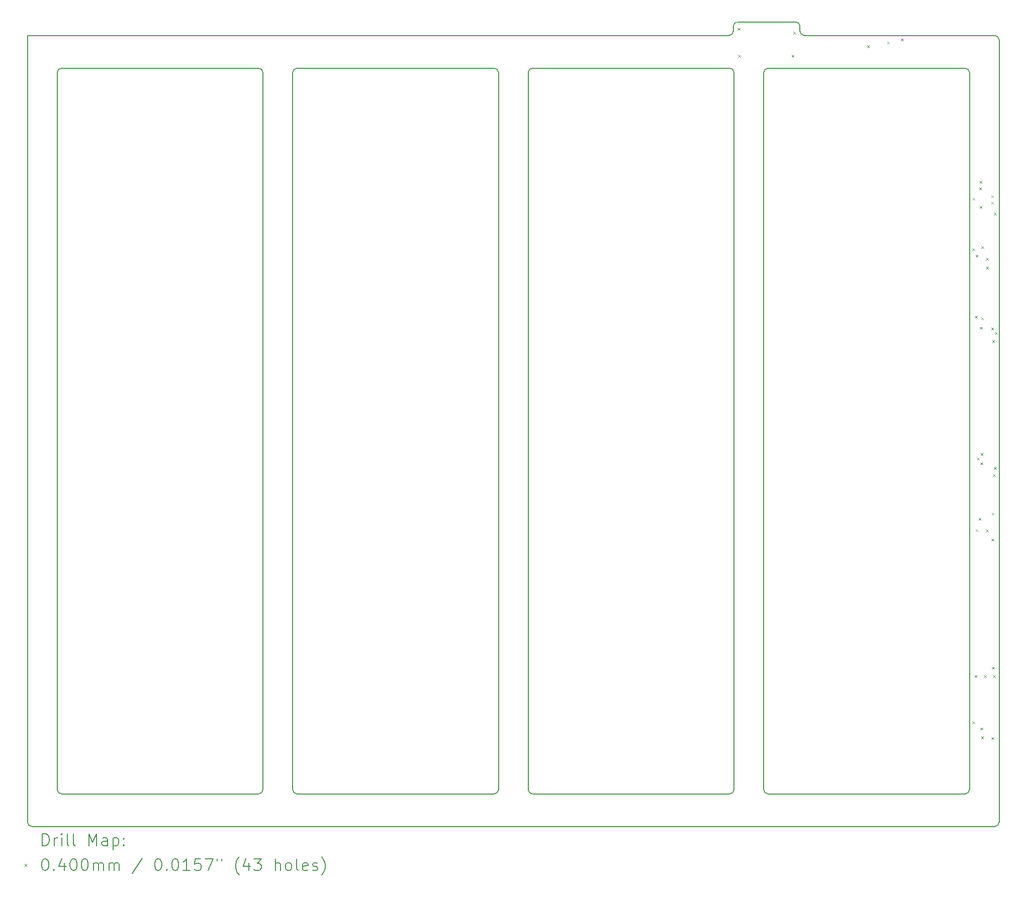
<source format=gbr>
%TF.GenerationSoftware,KiCad,Pcbnew,7.0.6*%
%TF.CreationDate,2024-01-17T22:26:05+01:00*%
%TF.ProjectId,FT24-AMS-Slave_v1-VTSENS,46543234-2d41-44d5-932d-536c6176655f,rev?*%
%TF.SameCoordinates,Original*%
%TF.FileFunction,Drillmap*%
%TF.FilePolarity,Positive*%
%FSLAX45Y45*%
G04 Gerber Fmt 4.5, Leading zero omitted, Abs format (unit mm)*
G04 Created by KiCad (PCBNEW 7.0.6) date 2024-01-17 22:26:05*
%MOMM*%
%LPD*%
G01*
G04 APERTURE LIST*
%ADD10C,0.200000*%
%ADD11C,0.040000*%
G04 APERTURE END LIST*
D10*
X18409674Y-2391967D02*
X18409674Y-2421967D01*
X22387552Y-3121967D02*
X22387552Y-15206967D01*
X7096967Y-3046967D02*
X10413363Y-3046967D01*
X10988363Y-15206967D02*
X10988363Y-3121967D01*
X14379760Y-15281967D02*
X11063363Y-15281967D01*
X22812552Y-2496967D02*
X19607384Y-2496967D01*
X15029760Y-3046970D02*
G75*
G03*
X14954760Y-3121967I0J-75000D01*
G01*
X19532385Y-2421762D02*
X19532466Y-2392172D01*
X22887553Y-2571967D02*
G75*
G03*
X22812552Y-2496967I-75003J-3D01*
G01*
X14954760Y-15206967D02*
X14954760Y-3121967D01*
X10488363Y-3121967D02*
X10488363Y-15206967D01*
X7021973Y-15206967D02*
G75*
G03*
X7096967Y-15281967I74997J-3D01*
G01*
X18421163Y-3121967D02*
G75*
G03*
X18346156Y-3046967I-75003J-3D01*
G01*
X14454763Y-3121967D02*
G75*
G03*
X14379760Y-3046967I-75003J-3D01*
G01*
X18921163Y-15206967D02*
G75*
G03*
X18996156Y-15281967I74997J-3D01*
G01*
X19532473Y-2342172D02*
G75*
G03*
X19457466Y-2266967I-74993J212D01*
G01*
X18484674Y-2266964D02*
G75*
G03*
X18409674Y-2341967I6J-75006D01*
G01*
X14379760Y-15281970D02*
G75*
G03*
X14454760Y-15206967I0J75000D01*
G01*
X18346156Y-15281966D02*
G75*
G03*
X18421156Y-15206967I4J74996D01*
G01*
X22812552Y-15831962D02*
G75*
G03*
X22887552Y-15756967I-2J75002D01*
G01*
X22312552Y-15281967D02*
X18996156Y-15281967D01*
X6596967Y-15831967D02*
X22812552Y-15831967D01*
X19457466Y-2266967D02*
X18484674Y-2266967D01*
X18421156Y-3121967D02*
X18421156Y-15206967D01*
X7096967Y-3046967D02*
G75*
G03*
X7021967Y-3121967I3J-75003D01*
G01*
X18334674Y-2496967D02*
X6521967Y-2496967D01*
X19532383Y-2421762D02*
G75*
G03*
X19607384Y-2496967I74997J-208D01*
G01*
X10413363Y-15281967D02*
X7096967Y-15281967D01*
X22312552Y-15281962D02*
G75*
G03*
X22387552Y-15206967I-2J75002D01*
G01*
X18921156Y-15206967D02*
X18921156Y-3121967D01*
X10413363Y-15281963D02*
G75*
G03*
X10488363Y-15206967I-3J75003D01*
G01*
X19532466Y-2342172D02*
X19532466Y-2392172D01*
X18996156Y-3046966D02*
G75*
G03*
X18921156Y-3121967I4J-75004D01*
G01*
X10988363Y-15206967D02*
G75*
G03*
X11063363Y-15281967I75007J7D01*
G01*
X14454760Y-3121967D02*
X14454760Y-15206967D01*
X18409674Y-2341967D02*
X18409674Y-2391967D01*
X18346156Y-15281967D02*
X15029760Y-15281967D01*
X10488363Y-3121967D02*
G75*
G03*
X10413363Y-3046967I-75003J-3D01*
G01*
X15029760Y-3046967D02*
X18346156Y-3046967D01*
X7021967Y-15206967D02*
X7021967Y-3121967D01*
X22887552Y-15756967D02*
X22887552Y-2571967D01*
X14954753Y-15206967D02*
G75*
G03*
X15029760Y-15281967I74997J-3D01*
G01*
X18334674Y-2496974D02*
G75*
G03*
X18409674Y-2421967I-4J75004D01*
G01*
X11063363Y-3046973D02*
G75*
G03*
X10988363Y-3121967I-3J-74997D01*
G01*
X18996156Y-3046967D02*
X22312552Y-3046967D01*
X22387553Y-3121967D02*
G75*
G03*
X22312552Y-3046967I-75003J-3D01*
G01*
X6521967Y-2496967D02*
X6521967Y-15756967D01*
X11063363Y-3046967D02*
X14379760Y-3046967D01*
X6521973Y-15756967D02*
G75*
G03*
X6596967Y-15831967I74997J-3D01*
G01*
D11*
X18480000Y-2370000D02*
X18520000Y-2410000D01*
X18520000Y-2370000D02*
X18480000Y-2410000D01*
X18490000Y-2820000D02*
X18530000Y-2860000D01*
X18530000Y-2820000D02*
X18490000Y-2860000D01*
X19390000Y-2820000D02*
X19430000Y-2860000D01*
X19430000Y-2820000D02*
X19390000Y-2860000D01*
X19420000Y-2430000D02*
X19460000Y-2470000D01*
X19460000Y-2430000D02*
X19420000Y-2470000D01*
X20660000Y-2660000D02*
X20700000Y-2700000D01*
X20700000Y-2660000D02*
X20660000Y-2700000D01*
X21000000Y-2597500D02*
X21040000Y-2637500D01*
X21040000Y-2597500D02*
X21000000Y-2637500D01*
X21230000Y-2546917D02*
X21270000Y-2586917D01*
X21270000Y-2546917D02*
X21230000Y-2586917D01*
X22437502Y-6080000D02*
X22477502Y-6120000D01*
X22477502Y-6080000D02*
X22437502Y-6120000D01*
X22437502Y-14060000D02*
X22477502Y-14100000D01*
X22477502Y-14060000D02*
X22437502Y-14100000D01*
X22440000Y-5230000D02*
X22480000Y-5270000D01*
X22480000Y-5230000D02*
X22440000Y-5270000D01*
X22473543Y-13280123D02*
X22513543Y-13320123D01*
X22513543Y-13280123D02*
X22473543Y-13320123D01*
X22480000Y-7220000D02*
X22520000Y-7260000D01*
X22520000Y-7220000D02*
X22480000Y-7260000D01*
X22490000Y-6190000D02*
X22530000Y-6230000D01*
X22530000Y-6190000D02*
X22490000Y-6230000D01*
X22490000Y-10820000D02*
X22530000Y-10860000D01*
X22530000Y-10820000D02*
X22490000Y-10860000D01*
X22510000Y-9610000D02*
X22550000Y-9650000D01*
X22550000Y-9610000D02*
X22510000Y-9650000D01*
X22540000Y-10630000D02*
X22580000Y-10670000D01*
X22580000Y-10630000D02*
X22540000Y-10670000D01*
X22550000Y-5060000D02*
X22590000Y-5100000D01*
X22590000Y-5060000D02*
X22550000Y-5100000D01*
X22557500Y-4948591D02*
X22597500Y-4988591D01*
X22597500Y-4948591D02*
X22557500Y-4988591D01*
X22557500Y-5370011D02*
X22597500Y-5410011D01*
X22597500Y-5370011D02*
X22557500Y-5410011D01*
X22562790Y-7406699D02*
X22602790Y-7446699D01*
X22602790Y-7406699D02*
X22562790Y-7446699D01*
X22571196Y-9692202D02*
X22611196Y-9732202D01*
X22611196Y-9692202D02*
X22571196Y-9732202D01*
X22572517Y-14163402D02*
X22612517Y-14203402D01*
X22612517Y-14163402D02*
X22572517Y-14203402D01*
X22574941Y-9534054D02*
X22614941Y-9574054D01*
X22614941Y-9534054D02*
X22574941Y-9574054D01*
X22582156Y-7246711D02*
X22622156Y-7286711D01*
X22622156Y-7246711D02*
X22582156Y-7286711D01*
X22582789Y-14311187D02*
X22622789Y-14351187D01*
X22622789Y-14311187D02*
X22582789Y-14351187D01*
X22590000Y-6050000D02*
X22630000Y-6090000D01*
X22630000Y-6050000D02*
X22590000Y-6090000D01*
X22630000Y-13279997D02*
X22670000Y-13319997D01*
X22670000Y-13279997D02*
X22630000Y-13319997D01*
X22663301Y-6243301D02*
X22703301Y-6283301D01*
X22703301Y-6243301D02*
X22663301Y-6283301D01*
X22663301Y-10823301D02*
X22703301Y-10863301D01*
X22703301Y-10823301D02*
X22663301Y-10863301D01*
X22667601Y-6393658D02*
X22707601Y-6433658D01*
X22707601Y-6393658D02*
X22667601Y-6433658D01*
X22752500Y-5189747D02*
X22792500Y-5229747D01*
X22792500Y-5189747D02*
X22752500Y-5229747D01*
X22752551Y-5300000D02*
X22792551Y-5340000D01*
X22792551Y-5300000D02*
X22752551Y-5340000D01*
X22752790Y-7418069D02*
X22792790Y-7458069D01*
X22792790Y-7418069D02*
X22752790Y-7458069D01*
X22755000Y-14325236D02*
X22795000Y-14365236D01*
X22795000Y-14325236D02*
X22755000Y-14365236D01*
X22757552Y-10980000D02*
X22797552Y-11020000D01*
X22797552Y-10980000D02*
X22757552Y-11020000D01*
X22760000Y-10540000D02*
X22800000Y-10580000D01*
X22800000Y-10540000D02*
X22760000Y-10580000D01*
X22765221Y-13137923D02*
X22805221Y-13177923D01*
X22805221Y-13137923D02*
X22765221Y-13177923D01*
X22770000Y-7630000D02*
X22810000Y-7670000D01*
X22810000Y-7630000D02*
X22770000Y-7670000D01*
X22780000Y-9890000D02*
X22820000Y-9930000D01*
X22820000Y-9890000D02*
X22780000Y-9930000D01*
X22780000Y-13277822D02*
X22820000Y-13317822D01*
X22820000Y-13277822D02*
X22780000Y-13317822D01*
X22797602Y-5480000D02*
X22837602Y-5520000D01*
X22837602Y-5480000D02*
X22797602Y-5520000D01*
X22797602Y-9770000D02*
X22837602Y-9810000D01*
X22837602Y-9770000D02*
X22797602Y-9810000D01*
X22818035Y-7493852D02*
X22858035Y-7533852D01*
X22858035Y-7493852D02*
X22818035Y-7533852D01*
D10*
X6772744Y-16153451D02*
X6772744Y-15953451D01*
X6772744Y-15953451D02*
X6820363Y-15953451D01*
X6820363Y-15953451D02*
X6848934Y-15962975D01*
X6848934Y-15962975D02*
X6867982Y-15982022D01*
X6867982Y-15982022D02*
X6877506Y-16001070D01*
X6877506Y-16001070D02*
X6887029Y-16039165D01*
X6887029Y-16039165D02*
X6887029Y-16067736D01*
X6887029Y-16067736D02*
X6877506Y-16105832D01*
X6877506Y-16105832D02*
X6867982Y-16124879D01*
X6867982Y-16124879D02*
X6848934Y-16143927D01*
X6848934Y-16143927D02*
X6820363Y-16153451D01*
X6820363Y-16153451D02*
X6772744Y-16153451D01*
X6972744Y-16153451D02*
X6972744Y-16020117D01*
X6972744Y-16058213D02*
X6982268Y-16039165D01*
X6982268Y-16039165D02*
X6991791Y-16029641D01*
X6991791Y-16029641D02*
X7010839Y-16020117D01*
X7010839Y-16020117D02*
X7029887Y-16020117D01*
X7096553Y-16153451D02*
X7096553Y-16020117D01*
X7096553Y-15953451D02*
X7087029Y-15962975D01*
X7087029Y-15962975D02*
X7096553Y-15972498D01*
X7096553Y-15972498D02*
X7106077Y-15962975D01*
X7106077Y-15962975D02*
X7096553Y-15953451D01*
X7096553Y-15953451D02*
X7096553Y-15972498D01*
X7220363Y-16153451D02*
X7201315Y-16143927D01*
X7201315Y-16143927D02*
X7191791Y-16124879D01*
X7191791Y-16124879D02*
X7191791Y-15953451D01*
X7325125Y-16153451D02*
X7306077Y-16143927D01*
X7306077Y-16143927D02*
X7296553Y-16124879D01*
X7296553Y-16124879D02*
X7296553Y-15953451D01*
X7553696Y-16153451D02*
X7553696Y-15953451D01*
X7553696Y-15953451D02*
X7620363Y-16096308D01*
X7620363Y-16096308D02*
X7687029Y-15953451D01*
X7687029Y-15953451D02*
X7687029Y-16153451D01*
X7867982Y-16153451D02*
X7867982Y-16048689D01*
X7867982Y-16048689D02*
X7858458Y-16029641D01*
X7858458Y-16029641D02*
X7839410Y-16020117D01*
X7839410Y-16020117D02*
X7801315Y-16020117D01*
X7801315Y-16020117D02*
X7782268Y-16029641D01*
X7867982Y-16143927D02*
X7848934Y-16153451D01*
X7848934Y-16153451D02*
X7801315Y-16153451D01*
X7801315Y-16153451D02*
X7782268Y-16143927D01*
X7782268Y-16143927D02*
X7772744Y-16124879D01*
X7772744Y-16124879D02*
X7772744Y-16105832D01*
X7772744Y-16105832D02*
X7782268Y-16086784D01*
X7782268Y-16086784D02*
X7801315Y-16077260D01*
X7801315Y-16077260D02*
X7848934Y-16077260D01*
X7848934Y-16077260D02*
X7867982Y-16067736D01*
X7963220Y-16020117D02*
X7963220Y-16220117D01*
X7963220Y-16029641D02*
X7982268Y-16020117D01*
X7982268Y-16020117D02*
X8020363Y-16020117D01*
X8020363Y-16020117D02*
X8039410Y-16029641D01*
X8039410Y-16029641D02*
X8048934Y-16039165D01*
X8048934Y-16039165D02*
X8058458Y-16058213D01*
X8058458Y-16058213D02*
X8058458Y-16115355D01*
X8058458Y-16115355D02*
X8048934Y-16134403D01*
X8048934Y-16134403D02*
X8039410Y-16143927D01*
X8039410Y-16143927D02*
X8020363Y-16153451D01*
X8020363Y-16153451D02*
X7982268Y-16153451D01*
X7982268Y-16153451D02*
X7963220Y-16143927D01*
X8144172Y-16134403D02*
X8153696Y-16143927D01*
X8153696Y-16143927D02*
X8144172Y-16153451D01*
X8144172Y-16153451D02*
X8134649Y-16143927D01*
X8134649Y-16143927D02*
X8144172Y-16134403D01*
X8144172Y-16134403D02*
X8144172Y-16153451D01*
X8144172Y-16029641D02*
X8153696Y-16039165D01*
X8153696Y-16039165D02*
X8144172Y-16048689D01*
X8144172Y-16048689D02*
X8134649Y-16039165D01*
X8134649Y-16039165D02*
X8144172Y-16029641D01*
X8144172Y-16029641D02*
X8144172Y-16048689D01*
D11*
X6471967Y-16461967D02*
X6511967Y-16501967D01*
X6511967Y-16461967D02*
X6471967Y-16501967D01*
D10*
X6810839Y-16373451D02*
X6829887Y-16373451D01*
X6829887Y-16373451D02*
X6848934Y-16382975D01*
X6848934Y-16382975D02*
X6858458Y-16392498D01*
X6858458Y-16392498D02*
X6867982Y-16411546D01*
X6867982Y-16411546D02*
X6877506Y-16449641D01*
X6877506Y-16449641D02*
X6877506Y-16497260D01*
X6877506Y-16497260D02*
X6867982Y-16535355D01*
X6867982Y-16535355D02*
X6858458Y-16554403D01*
X6858458Y-16554403D02*
X6848934Y-16563927D01*
X6848934Y-16563927D02*
X6829887Y-16573451D01*
X6829887Y-16573451D02*
X6810839Y-16573451D01*
X6810839Y-16573451D02*
X6791791Y-16563927D01*
X6791791Y-16563927D02*
X6782268Y-16554403D01*
X6782268Y-16554403D02*
X6772744Y-16535355D01*
X6772744Y-16535355D02*
X6763220Y-16497260D01*
X6763220Y-16497260D02*
X6763220Y-16449641D01*
X6763220Y-16449641D02*
X6772744Y-16411546D01*
X6772744Y-16411546D02*
X6782268Y-16392498D01*
X6782268Y-16392498D02*
X6791791Y-16382975D01*
X6791791Y-16382975D02*
X6810839Y-16373451D01*
X6963220Y-16554403D02*
X6972744Y-16563927D01*
X6972744Y-16563927D02*
X6963220Y-16573451D01*
X6963220Y-16573451D02*
X6953696Y-16563927D01*
X6953696Y-16563927D02*
X6963220Y-16554403D01*
X6963220Y-16554403D02*
X6963220Y-16573451D01*
X7144172Y-16440117D02*
X7144172Y-16573451D01*
X7096553Y-16363927D02*
X7048934Y-16506784D01*
X7048934Y-16506784D02*
X7172744Y-16506784D01*
X7287029Y-16373451D02*
X7306077Y-16373451D01*
X7306077Y-16373451D02*
X7325125Y-16382975D01*
X7325125Y-16382975D02*
X7334649Y-16392498D01*
X7334649Y-16392498D02*
X7344172Y-16411546D01*
X7344172Y-16411546D02*
X7353696Y-16449641D01*
X7353696Y-16449641D02*
X7353696Y-16497260D01*
X7353696Y-16497260D02*
X7344172Y-16535355D01*
X7344172Y-16535355D02*
X7334649Y-16554403D01*
X7334649Y-16554403D02*
X7325125Y-16563927D01*
X7325125Y-16563927D02*
X7306077Y-16573451D01*
X7306077Y-16573451D02*
X7287029Y-16573451D01*
X7287029Y-16573451D02*
X7267982Y-16563927D01*
X7267982Y-16563927D02*
X7258458Y-16554403D01*
X7258458Y-16554403D02*
X7248934Y-16535355D01*
X7248934Y-16535355D02*
X7239410Y-16497260D01*
X7239410Y-16497260D02*
X7239410Y-16449641D01*
X7239410Y-16449641D02*
X7248934Y-16411546D01*
X7248934Y-16411546D02*
X7258458Y-16392498D01*
X7258458Y-16392498D02*
X7267982Y-16382975D01*
X7267982Y-16382975D02*
X7287029Y-16373451D01*
X7477506Y-16373451D02*
X7496553Y-16373451D01*
X7496553Y-16373451D02*
X7515601Y-16382975D01*
X7515601Y-16382975D02*
X7525125Y-16392498D01*
X7525125Y-16392498D02*
X7534649Y-16411546D01*
X7534649Y-16411546D02*
X7544172Y-16449641D01*
X7544172Y-16449641D02*
X7544172Y-16497260D01*
X7544172Y-16497260D02*
X7534649Y-16535355D01*
X7534649Y-16535355D02*
X7525125Y-16554403D01*
X7525125Y-16554403D02*
X7515601Y-16563927D01*
X7515601Y-16563927D02*
X7496553Y-16573451D01*
X7496553Y-16573451D02*
X7477506Y-16573451D01*
X7477506Y-16573451D02*
X7458458Y-16563927D01*
X7458458Y-16563927D02*
X7448934Y-16554403D01*
X7448934Y-16554403D02*
X7439410Y-16535355D01*
X7439410Y-16535355D02*
X7429887Y-16497260D01*
X7429887Y-16497260D02*
X7429887Y-16449641D01*
X7429887Y-16449641D02*
X7439410Y-16411546D01*
X7439410Y-16411546D02*
X7448934Y-16392498D01*
X7448934Y-16392498D02*
X7458458Y-16382975D01*
X7458458Y-16382975D02*
X7477506Y-16373451D01*
X7629887Y-16573451D02*
X7629887Y-16440117D01*
X7629887Y-16459165D02*
X7639410Y-16449641D01*
X7639410Y-16449641D02*
X7658458Y-16440117D01*
X7658458Y-16440117D02*
X7687030Y-16440117D01*
X7687030Y-16440117D02*
X7706077Y-16449641D01*
X7706077Y-16449641D02*
X7715601Y-16468689D01*
X7715601Y-16468689D02*
X7715601Y-16573451D01*
X7715601Y-16468689D02*
X7725125Y-16449641D01*
X7725125Y-16449641D02*
X7744172Y-16440117D01*
X7744172Y-16440117D02*
X7772744Y-16440117D01*
X7772744Y-16440117D02*
X7791791Y-16449641D01*
X7791791Y-16449641D02*
X7801315Y-16468689D01*
X7801315Y-16468689D02*
X7801315Y-16573451D01*
X7896553Y-16573451D02*
X7896553Y-16440117D01*
X7896553Y-16459165D02*
X7906077Y-16449641D01*
X7906077Y-16449641D02*
X7925125Y-16440117D01*
X7925125Y-16440117D02*
X7953696Y-16440117D01*
X7953696Y-16440117D02*
X7972744Y-16449641D01*
X7972744Y-16449641D02*
X7982268Y-16468689D01*
X7982268Y-16468689D02*
X7982268Y-16573451D01*
X7982268Y-16468689D02*
X7991791Y-16449641D01*
X7991791Y-16449641D02*
X8010839Y-16440117D01*
X8010839Y-16440117D02*
X8039410Y-16440117D01*
X8039410Y-16440117D02*
X8058458Y-16449641D01*
X8058458Y-16449641D02*
X8067982Y-16468689D01*
X8067982Y-16468689D02*
X8067982Y-16573451D01*
X8458458Y-16363927D02*
X8287030Y-16621070D01*
X8715601Y-16373451D02*
X8734649Y-16373451D01*
X8734649Y-16373451D02*
X8753696Y-16382975D01*
X8753696Y-16382975D02*
X8763220Y-16392498D01*
X8763220Y-16392498D02*
X8772744Y-16411546D01*
X8772744Y-16411546D02*
X8782268Y-16449641D01*
X8782268Y-16449641D02*
X8782268Y-16497260D01*
X8782268Y-16497260D02*
X8772744Y-16535355D01*
X8772744Y-16535355D02*
X8763220Y-16554403D01*
X8763220Y-16554403D02*
X8753696Y-16563927D01*
X8753696Y-16563927D02*
X8734649Y-16573451D01*
X8734649Y-16573451D02*
X8715601Y-16573451D01*
X8715601Y-16573451D02*
X8696554Y-16563927D01*
X8696554Y-16563927D02*
X8687030Y-16554403D01*
X8687030Y-16554403D02*
X8677506Y-16535355D01*
X8677506Y-16535355D02*
X8667982Y-16497260D01*
X8667982Y-16497260D02*
X8667982Y-16449641D01*
X8667982Y-16449641D02*
X8677506Y-16411546D01*
X8677506Y-16411546D02*
X8687030Y-16392498D01*
X8687030Y-16392498D02*
X8696554Y-16382975D01*
X8696554Y-16382975D02*
X8715601Y-16373451D01*
X8867982Y-16554403D02*
X8877506Y-16563927D01*
X8877506Y-16563927D02*
X8867982Y-16573451D01*
X8867982Y-16573451D02*
X8858458Y-16563927D01*
X8858458Y-16563927D02*
X8867982Y-16554403D01*
X8867982Y-16554403D02*
X8867982Y-16573451D01*
X9001315Y-16373451D02*
X9020363Y-16373451D01*
X9020363Y-16373451D02*
X9039411Y-16382975D01*
X9039411Y-16382975D02*
X9048935Y-16392498D01*
X9048935Y-16392498D02*
X9058458Y-16411546D01*
X9058458Y-16411546D02*
X9067982Y-16449641D01*
X9067982Y-16449641D02*
X9067982Y-16497260D01*
X9067982Y-16497260D02*
X9058458Y-16535355D01*
X9058458Y-16535355D02*
X9048935Y-16554403D01*
X9048935Y-16554403D02*
X9039411Y-16563927D01*
X9039411Y-16563927D02*
X9020363Y-16573451D01*
X9020363Y-16573451D02*
X9001315Y-16573451D01*
X9001315Y-16573451D02*
X8982268Y-16563927D01*
X8982268Y-16563927D02*
X8972744Y-16554403D01*
X8972744Y-16554403D02*
X8963220Y-16535355D01*
X8963220Y-16535355D02*
X8953696Y-16497260D01*
X8953696Y-16497260D02*
X8953696Y-16449641D01*
X8953696Y-16449641D02*
X8963220Y-16411546D01*
X8963220Y-16411546D02*
X8972744Y-16392498D01*
X8972744Y-16392498D02*
X8982268Y-16382975D01*
X8982268Y-16382975D02*
X9001315Y-16373451D01*
X9258458Y-16573451D02*
X9144173Y-16573451D01*
X9201315Y-16573451D02*
X9201315Y-16373451D01*
X9201315Y-16373451D02*
X9182268Y-16402022D01*
X9182268Y-16402022D02*
X9163220Y-16421070D01*
X9163220Y-16421070D02*
X9144173Y-16430594D01*
X9439411Y-16373451D02*
X9344173Y-16373451D01*
X9344173Y-16373451D02*
X9334649Y-16468689D01*
X9334649Y-16468689D02*
X9344173Y-16459165D01*
X9344173Y-16459165D02*
X9363220Y-16449641D01*
X9363220Y-16449641D02*
X9410839Y-16449641D01*
X9410839Y-16449641D02*
X9429887Y-16459165D01*
X9429887Y-16459165D02*
X9439411Y-16468689D01*
X9439411Y-16468689D02*
X9448935Y-16487736D01*
X9448935Y-16487736D02*
X9448935Y-16535355D01*
X9448935Y-16535355D02*
X9439411Y-16554403D01*
X9439411Y-16554403D02*
X9429887Y-16563927D01*
X9429887Y-16563927D02*
X9410839Y-16573451D01*
X9410839Y-16573451D02*
X9363220Y-16573451D01*
X9363220Y-16573451D02*
X9344173Y-16563927D01*
X9344173Y-16563927D02*
X9334649Y-16554403D01*
X9515601Y-16373451D02*
X9648935Y-16373451D01*
X9648935Y-16373451D02*
X9563220Y-16573451D01*
X9715601Y-16373451D02*
X9715601Y-16411546D01*
X9791792Y-16373451D02*
X9791792Y-16411546D01*
X10087030Y-16649641D02*
X10077506Y-16640117D01*
X10077506Y-16640117D02*
X10058458Y-16611546D01*
X10058458Y-16611546D02*
X10048935Y-16592498D01*
X10048935Y-16592498D02*
X10039411Y-16563927D01*
X10039411Y-16563927D02*
X10029887Y-16516308D01*
X10029887Y-16516308D02*
X10029887Y-16478213D01*
X10029887Y-16478213D02*
X10039411Y-16430594D01*
X10039411Y-16430594D02*
X10048935Y-16402022D01*
X10048935Y-16402022D02*
X10058458Y-16382975D01*
X10058458Y-16382975D02*
X10077506Y-16354403D01*
X10077506Y-16354403D02*
X10087030Y-16344879D01*
X10248935Y-16440117D02*
X10248935Y-16573451D01*
X10201316Y-16363927D02*
X10153697Y-16506784D01*
X10153697Y-16506784D02*
X10277506Y-16506784D01*
X10334649Y-16373451D02*
X10458458Y-16373451D01*
X10458458Y-16373451D02*
X10391792Y-16449641D01*
X10391792Y-16449641D02*
X10420363Y-16449641D01*
X10420363Y-16449641D02*
X10439411Y-16459165D01*
X10439411Y-16459165D02*
X10448935Y-16468689D01*
X10448935Y-16468689D02*
X10458458Y-16487736D01*
X10458458Y-16487736D02*
X10458458Y-16535355D01*
X10458458Y-16535355D02*
X10448935Y-16554403D01*
X10448935Y-16554403D02*
X10439411Y-16563927D01*
X10439411Y-16563927D02*
X10420363Y-16573451D01*
X10420363Y-16573451D02*
X10363220Y-16573451D01*
X10363220Y-16573451D02*
X10344173Y-16563927D01*
X10344173Y-16563927D02*
X10334649Y-16554403D01*
X10696554Y-16573451D02*
X10696554Y-16373451D01*
X10782268Y-16573451D02*
X10782268Y-16468689D01*
X10782268Y-16468689D02*
X10772744Y-16449641D01*
X10772744Y-16449641D02*
X10753697Y-16440117D01*
X10753697Y-16440117D02*
X10725125Y-16440117D01*
X10725125Y-16440117D02*
X10706078Y-16449641D01*
X10706078Y-16449641D02*
X10696554Y-16459165D01*
X10906078Y-16573451D02*
X10887030Y-16563927D01*
X10887030Y-16563927D02*
X10877506Y-16554403D01*
X10877506Y-16554403D02*
X10867982Y-16535355D01*
X10867982Y-16535355D02*
X10867982Y-16478213D01*
X10867982Y-16478213D02*
X10877506Y-16459165D01*
X10877506Y-16459165D02*
X10887030Y-16449641D01*
X10887030Y-16449641D02*
X10906078Y-16440117D01*
X10906078Y-16440117D02*
X10934649Y-16440117D01*
X10934649Y-16440117D02*
X10953697Y-16449641D01*
X10953697Y-16449641D02*
X10963220Y-16459165D01*
X10963220Y-16459165D02*
X10972744Y-16478213D01*
X10972744Y-16478213D02*
X10972744Y-16535355D01*
X10972744Y-16535355D02*
X10963220Y-16554403D01*
X10963220Y-16554403D02*
X10953697Y-16563927D01*
X10953697Y-16563927D02*
X10934649Y-16573451D01*
X10934649Y-16573451D02*
X10906078Y-16573451D01*
X11087030Y-16573451D02*
X11067982Y-16563927D01*
X11067982Y-16563927D02*
X11058459Y-16544879D01*
X11058459Y-16544879D02*
X11058459Y-16373451D01*
X11239411Y-16563927D02*
X11220363Y-16573451D01*
X11220363Y-16573451D02*
X11182268Y-16573451D01*
X11182268Y-16573451D02*
X11163220Y-16563927D01*
X11163220Y-16563927D02*
X11153697Y-16544879D01*
X11153697Y-16544879D02*
X11153697Y-16468689D01*
X11153697Y-16468689D02*
X11163220Y-16449641D01*
X11163220Y-16449641D02*
X11182268Y-16440117D01*
X11182268Y-16440117D02*
X11220363Y-16440117D01*
X11220363Y-16440117D02*
X11239411Y-16449641D01*
X11239411Y-16449641D02*
X11248935Y-16468689D01*
X11248935Y-16468689D02*
X11248935Y-16487736D01*
X11248935Y-16487736D02*
X11153697Y-16506784D01*
X11325125Y-16563927D02*
X11344173Y-16573451D01*
X11344173Y-16573451D02*
X11382268Y-16573451D01*
X11382268Y-16573451D02*
X11401316Y-16563927D01*
X11401316Y-16563927D02*
X11410839Y-16544879D01*
X11410839Y-16544879D02*
X11410839Y-16535355D01*
X11410839Y-16535355D02*
X11401316Y-16516308D01*
X11401316Y-16516308D02*
X11382268Y-16506784D01*
X11382268Y-16506784D02*
X11353697Y-16506784D01*
X11353697Y-16506784D02*
X11334649Y-16497260D01*
X11334649Y-16497260D02*
X11325125Y-16478213D01*
X11325125Y-16478213D02*
X11325125Y-16468689D01*
X11325125Y-16468689D02*
X11334649Y-16449641D01*
X11334649Y-16449641D02*
X11353697Y-16440117D01*
X11353697Y-16440117D02*
X11382268Y-16440117D01*
X11382268Y-16440117D02*
X11401316Y-16449641D01*
X11477506Y-16649641D02*
X11487030Y-16640117D01*
X11487030Y-16640117D02*
X11506078Y-16611546D01*
X11506078Y-16611546D02*
X11515601Y-16592498D01*
X11515601Y-16592498D02*
X11525125Y-16563927D01*
X11525125Y-16563927D02*
X11534649Y-16516308D01*
X11534649Y-16516308D02*
X11534649Y-16478213D01*
X11534649Y-16478213D02*
X11525125Y-16430594D01*
X11525125Y-16430594D02*
X11515601Y-16402022D01*
X11515601Y-16402022D02*
X11506078Y-16382975D01*
X11506078Y-16382975D02*
X11487030Y-16354403D01*
X11487030Y-16354403D02*
X11477506Y-16344879D01*
M02*

</source>
